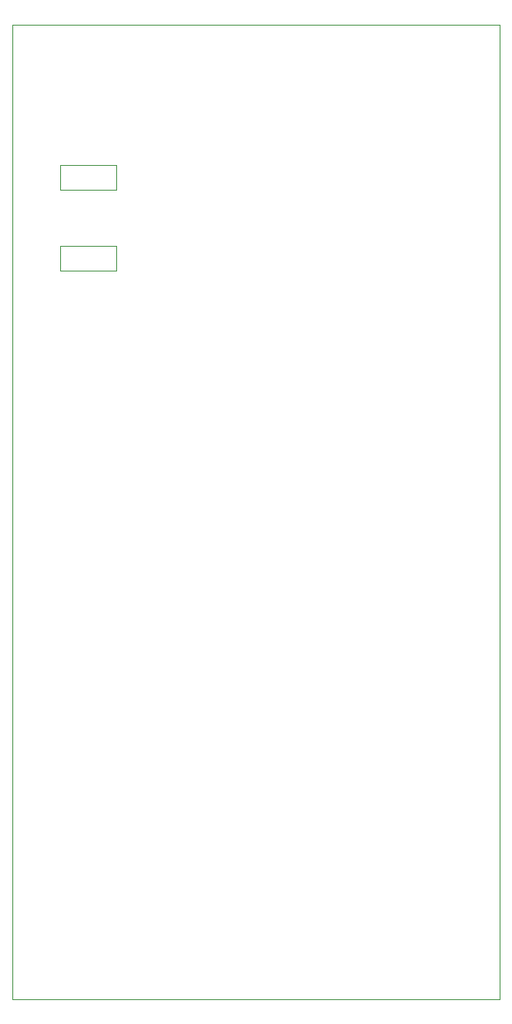
<source format=gbr>
G04 #@! TF.GenerationSoftware,KiCad,Pcbnew,(5.1.2)-1*
G04 #@! TF.CreationDate,2019-09-03T22:09:45+03:00*
G04 #@! TF.ProjectId,invaderBoard,696e7661-6465-4724-926f-6172642e6b69,rev?*
G04 #@! TF.SameCoordinates,Original*
G04 #@! TF.FileFunction,Profile,NP*
%FSLAX46Y46*%
G04 Gerber Fmt 4.6, Leading zero omitted, Abs format (unit mm)*
G04 Created by KiCad (PCBNEW (5.1.2)-1) date 2019-09-03 22:09:45*
%MOMM*%
%LPD*%
G04 APERTURE LIST*
%ADD10C,0.050000*%
G04 APERTURE END LIST*
D10*
X205750000Y-134500000D02*
X255750000Y-134500000D01*
X205750000Y-34500000D02*
X205750000Y-134500000D01*
X255750000Y-34500000D02*
X205750000Y-34500000D01*
X255750000Y-134500000D02*
X255750000Y-34500000D01*
X210693000Y-57150000D02*
X210693000Y-59690000D01*
X216408000Y-57150000D02*
X210693000Y-57150000D01*
X216408000Y-59690000D02*
X216408000Y-57150000D01*
X210693000Y-59690000D02*
X216408000Y-59690000D01*
X210693000Y-48895000D02*
X210693000Y-51435000D01*
X216408000Y-48895000D02*
X210693000Y-48895000D01*
X216408000Y-51435000D02*
X216408000Y-48895000D01*
X210693000Y-51435000D02*
X216408000Y-51435000D01*
M02*

</source>
